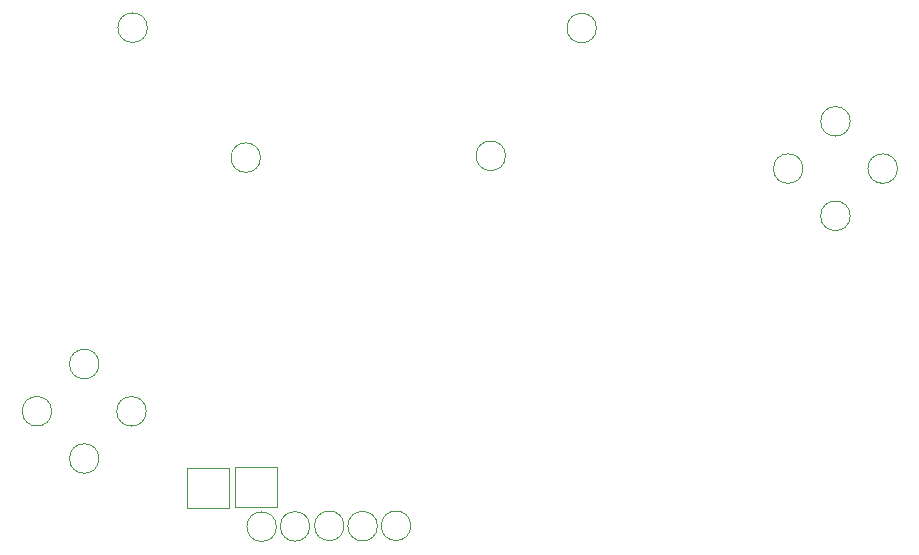
<source format=gbr>
G04 #@! TF.GenerationSoftware,KiCad,Pcbnew,(6.0.7)*
G04 #@! TF.CreationDate,2023-01-29T23:29:40-08:00*
G04 #@! TF.ProjectId,procon_gcc_button_board,70726f63-6f6e-45f6-9763-635f62757474,rev?*
G04 #@! TF.SameCoordinates,Original*
G04 #@! TF.FileFunction,Other,User*
%FSLAX46Y46*%
G04 Gerber Fmt 4.6, Leading zero omitted, Abs format (unit mm)*
G04 Created by KiCad (PCBNEW (6.0.7)) date 2023-01-29 23:29:40*
%MOMM*%
%LPD*%
G01*
G04 APERTURE LIST*
%ADD10C,0.050000*%
G04 APERTURE END LIST*
D10*
X163259320Y-44665900D02*
G75*
G03*
X163259320Y-44665900I-1250000J0D01*
G01*
X124403000Y-74910000D02*
G75*
G03*
X124403000Y-74910000I-1250000J0D01*
G01*
X118678000Y-74985000D02*
G75*
G03*
X118678000Y-74985000I-1250000J0D01*
G01*
X121503000Y-74960000D02*
G75*
G03*
X121503000Y-74960000I-1250000J0D01*
G01*
X127228000Y-74935000D02*
G75*
G03*
X127228000Y-74935000I-1250000J0D01*
G01*
X130053000Y-74910000D02*
G75*
G03*
X130053000Y-74910000I-1250000J0D01*
G01*
X167259320Y-40665900D02*
G75*
G03*
X167259320Y-40665900I-1250000J0D01*
G01*
X171259320Y-44665900D02*
G75*
G03*
X171259320Y-44665900I-1250000J0D01*
G01*
X99655180Y-65211960D02*
G75*
G03*
X99655180Y-65211960I-1250000J0D01*
G01*
X107655180Y-65211960D02*
G75*
G03*
X107655180Y-65211960I-1250000J0D01*
G01*
X103655180Y-61211960D02*
G75*
G03*
X103655180Y-61211960I-1250000J0D01*
G01*
X167259320Y-48665900D02*
G75*
G03*
X167259320Y-48665900I-1250000J0D01*
G01*
X145776000Y-32766000D02*
G75*
G03*
X145776000Y-32766000I-1250000J0D01*
G01*
X103655180Y-69211960D02*
G75*
G03*
X103655180Y-69211960I-1250000J0D01*
G01*
X138074000Y-43584000D02*
G75*
G03*
X138074000Y-43584000I-1250000J0D01*
G01*
X117334000Y-43734000D02*
G75*
G03*
X117334000Y-43734000I-1250000J0D01*
G01*
X115194000Y-73354000D02*
X118694000Y-73354000D01*
X118694000Y-73354000D02*
X118694000Y-69954000D01*
X115194000Y-69954000D02*
X115194000Y-73354000D01*
X118694000Y-69954000D02*
X115194000Y-69954000D01*
X114634000Y-73404000D02*
X114634000Y-70004000D01*
X114634000Y-70004000D02*
X111134000Y-70004000D01*
X111134000Y-73404000D02*
X114634000Y-73404000D01*
X111134000Y-70004000D02*
X111134000Y-73404000D01*
X107754000Y-32734000D02*
G75*
G03*
X107754000Y-32734000I-1250000J0D01*
G01*
M02*

</source>
